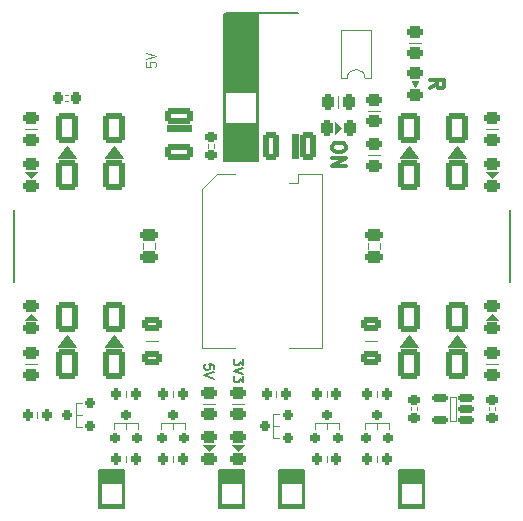
<source format=gbr>
%TF.GenerationSoftware,KiCad,Pcbnew,7.0.1*%
%TF.CreationDate,2023-08-21T19:33:12-03:00*%
%TF.ProjectId,L298P_Breakout,4c323938-505f-4427-9265-616b6f75742e,rev?*%
%TF.SameCoordinates,Original*%
%TF.FileFunction,Legend,Top*%
%TF.FilePolarity,Positive*%
%FSLAX46Y46*%
G04 Gerber Fmt 4.6, Leading zero omitted, Abs format (unit mm)*
G04 Created by KiCad (PCBNEW 7.0.1) date 2023-08-21 19:33:12*
%MOMM*%
%LPD*%
G01*
G04 APERTURE LIST*
G04 Aperture macros list*
%AMRoundRect*
0 Rectangle with rounded corners*
0 $1 Rounding radius*
0 $2 $3 $4 $5 $6 $7 $8 $9 X,Y pos of 4 corners*
0 Add a 4 corners polygon primitive as box body*
4,1,4,$2,$3,$4,$5,$6,$7,$8,$9,$2,$3,0*
0 Add four circle primitives for the rounded corners*
1,1,$1+$1,$2,$3*
1,1,$1+$1,$4,$5*
1,1,$1+$1,$6,$7*
1,1,$1+$1,$8,$9*
0 Add four rect primitives between the rounded corners*
20,1,$1+$1,$2,$3,$4,$5,0*
20,1,$1+$1,$4,$5,$6,$7,0*
20,1,$1+$1,$6,$7,$8,$9,0*
20,1,$1+$1,$8,$9,$2,$3,0*%
G04 Aperture macros list end*
%ADD10C,0.150000*%
%ADD11C,0.200000*%
%ADD12C,0.300000*%
%ADD13C,0.120000*%
%ADD14C,0.100000*%
%ADD15RoundRect,0.250000X0.450000X-0.262500X0.450000X0.262500X-0.450000X0.262500X-0.450000X-0.262500X0*%
%ADD16RoundRect,0.250000X-0.650000X1.000000X-0.650000X-1.000000X0.650000X-1.000000X0.650000X1.000000X0*%
%ADD17C,2.700000*%
%ADD18RoundRect,0.200000X0.200000X-0.250000X0.200000X0.250000X-0.200000X0.250000X-0.200000X-0.250000X0*%
%ADD19RoundRect,0.250000X0.475000X-0.250000X0.475000X0.250000X-0.475000X0.250000X-0.475000X-0.250000X0*%
%ADD20RoundRect,0.200000X-0.200000X-0.275000X0.200000X-0.275000X0.200000X0.275000X-0.200000X0.275000X0*%
%ADD21C,2.500000*%
%ADD22RoundRect,0.243750X0.243750X0.456250X-0.243750X0.456250X-0.243750X-0.456250X0.243750X-0.456250X0*%
%ADD23RoundRect,0.250000X-0.625000X0.312500X-0.625000X-0.312500X0.625000X-0.312500X0.625000X0.312500X0*%
%ADD24RoundRect,0.250000X-0.450000X0.262500X-0.450000X-0.262500X0.450000X-0.262500X0.450000X0.262500X0*%
%ADD25RoundRect,0.243750X-0.456250X0.243750X-0.456250X-0.243750X0.456250X-0.243750X0.456250X0.243750X0*%
%ADD26RoundRect,0.200000X0.250000X0.200000X-0.250000X0.200000X-0.250000X-0.200000X0.250000X-0.200000X0*%
%ADD27R,1.780000X0.720000*%
%ADD28RoundRect,0.250000X-0.925000X0.412500X-0.925000X-0.412500X0.925000X-0.412500X0.925000X0.412500X0*%
%ADD29R,2.500000X2.500000*%
%ADD30RoundRect,0.200000X0.200000X0.275000X-0.200000X0.275000X-0.200000X-0.275000X0.200000X-0.275000X0*%
%ADD31RoundRect,0.150000X0.512500X0.150000X-0.512500X0.150000X-0.512500X-0.150000X0.512500X-0.150000X0*%
%ADD32RoundRect,0.225000X0.250000X-0.225000X0.250000X0.225000X-0.250000X0.225000X-0.250000X-0.225000X0*%
%ADD33RoundRect,0.243750X0.456250X-0.243750X0.456250X0.243750X-0.456250X0.243750X-0.456250X-0.243750X0*%
%ADD34RoundRect,0.225000X-0.250000X0.225000X-0.250000X-0.225000X0.250000X-0.225000X0.250000X0.225000X0*%
%ADD35R,1.700000X0.760000*%
%ADD36R,3.400000X3.050000*%
%ADD37R,6.400000X10.000000*%
%ADD38RoundRect,0.250000X-0.475000X0.250000X-0.475000X-0.250000X0.475000X-0.250000X0.475000X0.250000X0*%
%ADD39RoundRect,0.250000X0.412500X0.925000X-0.412500X0.925000X-0.412500X-0.925000X0.412500X-0.925000X0*%
%ADD40RoundRect,0.250000X0.262500X0.450000X-0.262500X0.450000X-0.262500X-0.450000X0.262500X-0.450000X0*%
%ADD41R,2.000000X1.500000*%
%ADD42R,2.000000X3.800000*%
%ADD43R,1.700000X1.700000*%
%ADD44O,1.700000X1.700000*%
%ADD45RoundRect,0.225000X0.225000X0.250000X-0.225000X0.250000X-0.225000X-0.250000X0.225000X-0.250000X0*%
G04 APERTURE END LIST*
D10*
X161650000Y-117725000D02*
X163750000Y-117725000D01*
X163750000Y-120875000D01*
X161650000Y-120875000D01*
X161650000Y-117725000D01*
G36*
X161650000Y-117725000D02*
G01*
X163750000Y-117725000D01*
X163750000Y-120875000D01*
X161650000Y-120875000D01*
X161650000Y-117725000D01*
G37*
X146425000Y-117725000D02*
X148525000Y-117725000D01*
X148525000Y-120875000D01*
X146425000Y-120875000D01*
X146425000Y-117725000D01*
G36*
X146425000Y-117725000D02*
G01*
X148525000Y-117725000D01*
X148525000Y-120875000D01*
X146425000Y-120875000D01*
X146425000Y-117725000D01*
G37*
X146800000Y-79099600D02*
X149700000Y-79099600D01*
X149700000Y-91550000D01*
X146800000Y-91550000D01*
X146800000Y-79099600D01*
G36*
X146800000Y-79099600D02*
G01*
X149700000Y-79099600D01*
X149700000Y-91550000D01*
X146800000Y-91550000D01*
X146800000Y-79099600D01*
G37*
X151500000Y-117725000D02*
X153600000Y-117725000D01*
X153600000Y-120875000D01*
X151500000Y-120875000D01*
X151500000Y-117725000D01*
G36*
X151500000Y-117725000D02*
G01*
X153600000Y-117725000D01*
X153600000Y-120875000D01*
X151500000Y-120875000D01*
X151500000Y-117725000D01*
G37*
X136225000Y-117725000D02*
X138325000Y-117725000D01*
X138325000Y-120875000D01*
X136225000Y-120875000D01*
X136225000Y-117725000D01*
G36*
X136225000Y-117725000D02*
G01*
X138325000Y-117725000D01*
X138325000Y-120875000D01*
X136225000Y-120875000D01*
X136225000Y-117725000D01*
G37*
D11*
X145929904Y-109147619D02*
X145929904Y-108766667D01*
X145929904Y-108766667D02*
X145548952Y-108728571D01*
X145548952Y-108728571D02*
X145587047Y-108766667D01*
X145587047Y-108766667D02*
X145625142Y-108842857D01*
X145625142Y-108842857D02*
X145625142Y-109033333D01*
X145625142Y-109033333D02*
X145587047Y-109109524D01*
X145587047Y-109109524D02*
X145548952Y-109147619D01*
X145548952Y-109147619D02*
X145472761Y-109185714D01*
X145472761Y-109185714D02*
X145282285Y-109185714D01*
X145282285Y-109185714D02*
X145206095Y-109147619D01*
X145206095Y-109147619D02*
X145168000Y-109109524D01*
X145168000Y-109109524D02*
X145129904Y-109033333D01*
X145129904Y-109033333D02*
X145129904Y-108842857D01*
X145129904Y-108842857D02*
X145168000Y-108766667D01*
X145168000Y-108766667D02*
X145206095Y-108728571D01*
X145929904Y-109414286D02*
X145129904Y-109680953D01*
X145129904Y-109680953D02*
X145929904Y-109947619D01*
D12*
X164269857Y-85371428D02*
X164841285Y-84971428D01*
X164269857Y-84685714D02*
X165469857Y-84685714D01*
X165469857Y-84685714D02*
X165469857Y-85142857D01*
X165469857Y-85142857D02*
X165412714Y-85257142D01*
X165412714Y-85257142D02*
X165355571Y-85314285D01*
X165355571Y-85314285D02*
X165241285Y-85371428D01*
X165241285Y-85371428D02*
X165069857Y-85371428D01*
X165069857Y-85371428D02*
X164955571Y-85314285D01*
X164955571Y-85314285D02*
X164898428Y-85257142D01*
X164898428Y-85257142D02*
X164841285Y-85142857D01*
X164841285Y-85142857D02*
X164841285Y-84685714D01*
D11*
X148429904Y-108309523D02*
X148429904Y-108804761D01*
X148429904Y-108804761D02*
X148125142Y-108538095D01*
X148125142Y-108538095D02*
X148125142Y-108652380D01*
X148125142Y-108652380D02*
X148087047Y-108728571D01*
X148087047Y-108728571D02*
X148048952Y-108766666D01*
X148048952Y-108766666D02*
X147972761Y-108804761D01*
X147972761Y-108804761D02*
X147782285Y-108804761D01*
X147782285Y-108804761D02*
X147706095Y-108766666D01*
X147706095Y-108766666D02*
X147668000Y-108728571D01*
X147668000Y-108728571D02*
X147629904Y-108652380D01*
X147629904Y-108652380D02*
X147629904Y-108423809D01*
X147629904Y-108423809D02*
X147668000Y-108347618D01*
X147668000Y-108347618D02*
X147706095Y-108309523D01*
X148429904Y-109033333D02*
X147629904Y-109300000D01*
X147629904Y-109300000D02*
X148429904Y-109566666D01*
X148429904Y-109757142D02*
X148429904Y-110252380D01*
X148429904Y-110252380D02*
X148125142Y-109985714D01*
X148125142Y-109985714D02*
X148125142Y-110099999D01*
X148125142Y-110099999D02*
X148087047Y-110176190D01*
X148087047Y-110176190D02*
X148048952Y-110214285D01*
X148048952Y-110214285D02*
X147972761Y-110252380D01*
X147972761Y-110252380D02*
X147782285Y-110252380D01*
X147782285Y-110252380D02*
X147706095Y-110214285D01*
X147706095Y-110214285D02*
X147668000Y-110176190D01*
X147668000Y-110176190D02*
X147629904Y-110099999D01*
X147629904Y-110099999D02*
X147629904Y-109871428D01*
X147629904Y-109871428D02*
X147668000Y-109795237D01*
X147668000Y-109795237D02*
X147706095Y-109757142D01*
D12*
X157144857Y-90257142D02*
X157144857Y-90485714D01*
X157144857Y-90485714D02*
X157087714Y-90599999D01*
X157087714Y-90599999D02*
X156973428Y-90714285D01*
X156973428Y-90714285D02*
X156744857Y-90771428D01*
X156744857Y-90771428D02*
X156344857Y-90771428D01*
X156344857Y-90771428D02*
X156116285Y-90714285D01*
X156116285Y-90714285D02*
X156002000Y-90599999D01*
X156002000Y-90599999D02*
X155944857Y-90485714D01*
X155944857Y-90485714D02*
X155944857Y-90257142D01*
X155944857Y-90257142D02*
X156002000Y-90142857D01*
X156002000Y-90142857D02*
X156116285Y-90028571D01*
X156116285Y-90028571D02*
X156344857Y-89971428D01*
X156344857Y-89971428D02*
X156744857Y-89971428D01*
X156744857Y-89971428D02*
X156973428Y-90028571D01*
X156973428Y-90028571D02*
X157087714Y-90142857D01*
X157087714Y-90142857D02*
X157144857Y-90257142D01*
X155944857Y-91285714D02*
X157144857Y-91285714D01*
X157144857Y-91285714D02*
X155944857Y-91971428D01*
X155944857Y-91971428D02*
X157144857Y-91971428D01*
D13*
%TO.C,U2*%
X140220095Y-83142380D02*
X140220095Y-83523332D01*
X140220095Y-83523332D02*
X140601047Y-83561428D01*
X140601047Y-83561428D02*
X140562952Y-83523332D01*
X140562952Y-83523332D02*
X140524857Y-83447142D01*
X140524857Y-83447142D02*
X140524857Y-83256666D01*
X140524857Y-83256666D02*
X140562952Y-83180475D01*
X140562952Y-83180475D02*
X140601047Y-83142380D01*
X140601047Y-83142380D02*
X140677238Y-83104285D01*
X140677238Y-83104285D02*
X140867714Y-83104285D01*
X140867714Y-83104285D02*
X140943904Y-83142380D01*
X140943904Y-83142380D02*
X140982000Y-83180475D01*
X140982000Y-83180475D02*
X141020095Y-83256666D01*
X141020095Y-83256666D02*
X141020095Y-83447142D01*
X141020095Y-83447142D02*
X140982000Y-83523332D01*
X140982000Y-83523332D02*
X140943904Y-83561428D01*
X140220095Y-82875713D02*
X141020095Y-82609046D01*
X141020095Y-82609046D02*
X140220095Y-82342380D01*
D14*
%TO.C,R10*%
X129992000Y-108730000D02*
X131008000Y-108730000D01*
%TO.C,D8*%
X167262000Y-91238000D02*
X165738000Y-91238000D01*
X166500000Y-90222000D01*
X167262000Y-91238000D01*
G36*
X167262000Y-91238000D02*
G01*
X165738000Y-91238000D01*
X166500000Y-90222000D01*
X167262000Y-91238000D01*
G37*
%TO.C,Q6*%
X154484000Y-114254000D02*
X154484000Y-113746000D01*
X154484000Y-113746000D02*
X156516000Y-113746000D01*
X155500000Y-113746000D02*
X155500000Y-114254000D01*
X156516000Y-113746000D02*
X156516000Y-114254000D01*
%TO.C,D9*%
X167262000Y-107238000D02*
X165738000Y-107238000D01*
X166500000Y-106222000D01*
X167262000Y-107238000D01*
G36*
X167262000Y-107238000D02*
G01*
X165738000Y-107238000D01*
X166500000Y-106222000D01*
X167262000Y-107238000D01*
G37*
D13*
%TO.C,C6*%
X158992000Y-98991252D02*
X158992000Y-98468748D01*
X160008000Y-98991252D02*
X160008000Y-98468748D01*
%TO.C,D3*%
D14*
X138262000Y-91238000D02*
X136738000Y-91238000D01*
X137500000Y-90222000D01*
X138262000Y-91238000D01*
G36*
X138262000Y-91238000D02*
G01*
X136738000Y-91238000D01*
X137500000Y-90222000D01*
X138262000Y-91238000D01*
G37*
%TO.C,R19*%
X155500000Y-116496000D02*
X155500000Y-117004000D01*
D11*
%TO.C,J2*%
X171000000Y-95682000D02*
X171000000Y-101778000D01*
%TO.C,D2*%
D14*
X156754000Y-88750000D02*
X156246000Y-89258000D01*
X156246000Y-88242000D01*
X156754000Y-88750000D01*
G36*
X156754000Y-88750000D02*
G01*
X156246000Y-89258000D01*
X156246000Y-88242000D01*
X156754000Y-88750000D01*
G37*
%TO.C,R2*%
X141208000Y-106750000D02*
X140192000Y-106750000D01*
D11*
%TO.C,J1*%
X129000000Y-101778000D02*
X129000000Y-95682000D01*
D14*
%TO.C,R6*%
X160008000Y-91000000D02*
X158992000Y-91000000D01*
%TO.C,D15*%
X170008000Y-104984000D02*
X168992000Y-104984000D01*
X169500000Y-104476000D01*
X170008000Y-104984000D01*
G36*
X170008000Y-104984000D02*
G01*
X168992000Y-104984000D01*
X169500000Y-104476000D01*
X170008000Y-104984000D01*
G37*
%TO.C,Q7*%
X151504000Y-115016000D02*
X150996000Y-115016000D01*
X150996000Y-115016000D02*
X150996000Y-112984000D01*
X150996000Y-114000000D02*
X151504000Y-114000000D01*
X150996000Y-112984000D02*
X151504000Y-112984000D01*
%TO.C,Q1*%
X159270000Y-84532000D02*
X158762000Y-84532000D01*
X159270000Y-80468000D02*
X159270000Y-84532000D01*
X157238000Y-84532000D02*
X156730000Y-84532000D01*
X156730000Y-84532000D02*
X156730000Y-80468000D01*
X156730000Y-80468000D02*
X159270000Y-80468000D01*
X158762000Y-84532000D02*
G75*
G03*
X157238000Y-84532000I-762000J0D01*
G01*
%TO.C,R13*%
X138500000Y-116496000D02*
X138500000Y-117004000D01*
%TO.C,C1*%
X144016000Y-88488000D02*
X141984000Y-88488000D01*
X141984000Y-88488000D02*
X141984000Y-88996000D01*
X141984000Y-88996000D02*
X144016000Y-88996000D01*
X144016000Y-88996000D02*
X144016000Y-88488000D01*
G36*
X144016000Y-88488000D02*
G01*
X141984000Y-88488000D01*
X141984000Y-88996000D01*
X144016000Y-88996000D01*
X144016000Y-88488000D01*
G37*
D11*
%TO.C,J3*%
X146952000Y-79000000D02*
X153048000Y-79000000D01*
D14*
%TO.C,R22*%
X151250000Y-111504000D02*
X151250000Y-110996000D01*
%TO.C,U3*%
X166454000Y-113516000D02*
X165946000Y-113516000D01*
X165946000Y-113516000D02*
X165946000Y-111484000D01*
X165946000Y-111484000D02*
X166454000Y-111484000D01*
X166454000Y-111484000D02*
X166454000Y-113516000D01*
D13*
%TO.C,C8*%
X162646000Y-112640580D02*
X162646000Y-112359420D01*
X163154000Y-112640580D02*
X163154000Y-112359420D01*
D14*
%TO.C,R12*%
X148508000Y-112062500D02*
X147492000Y-112062500D01*
%TO.C,D12*%
X130500000Y-92984000D02*
X129992000Y-92476000D01*
X131008000Y-92476000D01*
X130500000Y-92984000D01*
G36*
X130500000Y-92984000D02*
G01*
X129992000Y-92476000D01*
X131008000Y-92476000D01*
X130500000Y-92984000D01*
G37*
D13*
%TO.C,C4*%
X146004000Y-90109420D02*
X146004000Y-90390580D01*
X145496000Y-90109420D02*
X145496000Y-90390580D01*
D14*
%TO.C,R1*%
X162492000Y-81500000D02*
X163508000Y-81500000D01*
%TO.C,R9*%
X168992000Y-88817500D02*
X170008000Y-88817500D01*
%TO.C,R15*%
X138500000Y-110996000D02*
X138500000Y-111504000D01*
%TO.C,D14*%
X131008000Y-104984000D02*
X129992000Y-104984000D01*
X130500000Y-104476000D01*
X131008000Y-104984000D01*
G36*
X131008000Y-104984000D02*
G01*
X129992000Y-104984000D01*
X130500000Y-104476000D01*
X131008000Y-104984000D01*
G37*
D13*
%TO.C,C7*%
X169754000Y-112359420D02*
X169754000Y-112640580D01*
X169246000Y-112359420D02*
X169246000Y-112640580D01*
%TO.C,D6*%
D14*
X134262000Y-107238000D02*
X132738000Y-107238000D01*
X133500000Y-106222000D01*
X134262000Y-107238000D01*
G36*
X134262000Y-107238000D02*
G01*
X132738000Y-107238000D01*
X133500000Y-106222000D01*
X134262000Y-107238000D01*
G37*
%TO.C,R20*%
X142500000Y-111504000D02*
X142500000Y-110996000D01*
%TO.C,Q4*%
X134754000Y-114016000D02*
X134246000Y-114016000D01*
X134246000Y-114016000D02*
X134246000Y-111984000D01*
X134246000Y-113000000D02*
X134754000Y-113000000D01*
X134246000Y-111984000D02*
X134754000Y-111984000D01*
%TO.C,R17*%
X131000000Y-112746000D02*
X131000000Y-113254000D01*
%TO.C,Q5*%
X141484000Y-114254000D02*
X141484000Y-113746000D01*
X141484000Y-113746000D02*
X143516000Y-113746000D01*
X142500000Y-113746000D02*
X142500000Y-114254000D01*
X143516000Y-113746000D02*
X143516000Y-114254000D01*
%TO.C,D7*%
X145500000Y-116066500D02*
X144992000Y-115558500D01*
X146008000Y-115558500D01*
X145500000Y-116066500D01*
G36*
X145500000Y-116066500D02*
G01*
X144992000Y-115558500D01*
X146008000Y-115558500D01*
X145500000Y-116066500D01*
G37*
%TO.C,D5*%
X134262000Y-91238000D02*
X132738000Y-91238000D01*
X133500000Y-90222000D01*
X134262000Y-91238000D01*
G36*
X134262000Y-91238000D02*
G01*
X132738000Y-91238000D01*
X133500000Y-90222000D01*
X134262000Y-91238000D01*
G37*
%TO.C,R16*%
X159750000Y-111504000D02*
X159750000Y-110996000D01*
%TO.C,U1*%
X155080000Y-92634000D02*
X153048000Y-92634000D01*
X155080000Y-92634000D02*
X155080000Y-107366000D01*
X153048000Y-92634000D02*
X153048000Y-93396000D01*
X146190000Y-92634000D02*
X147714000Y-92634000D01*
X153048000Y-93396000D02*
X152286000Y-93396000D01*
X144920000Y-93904000D02*
X146190000Y-92634000D01*
X155080000Y-107366000D02*
X152286000Y-107366000D01*
X144920000Y-107366000D02*
X144920000Y-93904000D01*
X144920000Y-107366000D02*
X147714000Y-107366000D01*
%TO.C,D4*%
X138262000Y-107238000D02*
X136738000Y-107238000D01*
X137500000Y-106222000D01*
X138262000Y-107238000D01*
G36*
X138262000Y-107238000D02*
G01*
X136738000Y-107238000D01*
X137500000Y-106222000D01*
X138262000Y-107238000D01*
G37*
%TO.C,R7*%
X146008000Y-112062500D02*
X144992000Y-112062500D01*
%TO.C,R4*%
X159758000Y-106750000D02*
X158742000Y-106750000D01*
%TO.C,R8*%
X129992000Y-88817500D02*
X131008000Y-88817500D01*
%TO.C,D16*%
X148000000Y-116066500D02*
X147492000Y-115558500D01*
X148508000Y-115558500D01*
X148000000Y-116066500D01*
G36*
X148000000Y-116066500D02*
G01*
X147492000Y-115558500D01*
X148508000Y-115558500D01*
X148000000Y-116066500D01*
G37*
%TO.C,R3*%
X160008000Y-87250000D02*
X158992000Y-87250000D01*
D13*
%TO.C,C3*%
X141008000Y-98468748D02*
X141008000Y-98991252D01*
X139992000Y-98468748D02*
X139992000Y-98991252D01*
D14*
%TO.C,Q3*%
X158734000Y-114254000D02*
X158734000Y-113746000D01*
X158734000Y-113746000D02*
X160766000Y-113746000D01*
X159750000Y-113746000D02*
X159750000Y-114254000D01*
X160766000Y-113746000D02*
X160766000Y-114254000D01*
%TO.C,D10*%
X163262000Y-91238000D02*
X161738000Y-91238000D01*
X162500000Y-90222000D01*
X163262000Y-91238000D01*
G36*
X163262000Y-91238000D02*
G01*
X161738000Y-91238000D01*
X162500000Y-90222000D01*
X163262000Y-91238000D01*
G37*
%TO.C,Q2*%
X137484000Y-114254000D02*
X137484000Y-113746000D01*
X137484000Y-113746000D02*
X139516000Y-113746000D01*
X138500000Y-113746000D02*
X138500000Y-114254000D01*
X139516000Y-113746000D02*
X139516000Y-114254000D01*
%TO.C,R18*%
X142500000Y-116496000D02*
X142500000Y-117004000D01*
%TO.C,C5*%
X153112000Y-91266000D02*
X152604000Y-91266000D01*
X152604000Y-91266000D02*
X152604000Y-89234000D01*
X152604000Y-89234000D02*
X153112000Y-89234000D01*
X153112000Y-89234000D02*
X153112000Y-91266000D01*
G36*
X153112000Y-91266000D02*
G01*
X152604000Y-91266000D01*
X152604000Y-89234000D01*
X153112000Y-89234000D01*
X153112000Y-91266000D01*
G37*
%TO.C,R5*%
X156500000Y-87008000D02*
X156500000Y-85992000D01*
%TO.C,D13*%
X169500000Y-92984000D02*
X168992000Y-92476000D01*
X170008000Y-92476000D01*
X169500000Y-92984000D01*
G36*
X169500000Y-92984000D02*
G01*
X168992000Y-92476000D01*
X170008000Y-92476000D01*
X169500000Y-92984000D01*
G37*
%TO.C,D11*%
X163262000Y-107238000D02*
X161738000Y-107238000D01*
X162500000Y-106222000D01*
X163262000Y-107238000D01*
G36*
X163262000Y-107238000D02*
G01*
X161738000Y-107238000D01*
X162500000Y-106222000D01*
X163262000Y-107238000D01*
G37*
%TO.C,R14*%
X159750000Y-116496000D02*
X159750000Y-117004000D01*
%TO.C,R11*%
X168992000Y-108730000D02*
X170008000Y-108730000D01*
D13*
%TO.C,C2*%
X133640580Y-86454000D02*
X133359420Y-86454000D01*
X133640580Y-85946000D02*
X133359420Y-85946000D01*
D14*
%TO.C,R21*%
X155500000Y-110996000D02*
X155500000Y-111504000D01*
%TO.C,D1*%
X163000000Y-85254000D02*
X162746000Y-84746000D01*
X163254000Y-84746000D01*
X163000000Y-85254000D01*
G36*
X163000000Y-85254000D02*
G01*
X162746000Y-84746000D01*
X163254000Y-84746000D01*
X163000000Y-85254000D01*
G37*
%TD*%
%LPC*%
D15*
%TO.C,R10*%
X130500000Y-109642500D03*
X130500000Y-107817500D03*
%TD*%
D16*
%TO.C,D8*%
X166500000Y-88730000D03*
X166500000Y-92730000D03*
%TD*%
D17*
%TO.C,REF\u002A\u002A*%
X168000000Y-82000000D03*
%TD*%
D18*
%TO.C,Q6*%
X154550000Y-115000000D03*
X156450000Y-115000000D03*
X155500000Y-113000000D03*
%TD*%
D16*
%TO.C,D9*%
X166500000Y-104730000D03*
X166500000Y-108730000D03*
%TD*%
D19*
%TO.C,C6*%
X159500000Y-99680000D03*
X159500000Y-97780000D03*
%TD*%
D16*
%TO.C,D3*%
X137500000Y-88730000D03*
X137500000Y-92730000D03*
%TD*%
D20*
%TO.C,R19*%
X154675000Y-116750000D03*
X156325000Y-116750000D03*
%TD*%
D21*
%TO.C,J2*%
X163000000Y-100480000D03*
X163000000Y-96980000D03*
%TD*%
D22*
%TO.C,D2*%
X157437500Y-88750000D03*
X155562500Y-88750000D03*
%TD*%
D23*
%TO.C,R2*%
X140700000Y-105287500D03*
X140700000Y-108212500D03*
%TD*%
D21*
%TO.C,J1*%
X137000000Y-96980000D03*
X137000000Y-100480000D03*
%TD*%
D17*
%TO.C,REF\u002A\u002A*%
X132000000Y-82000000D03*
%TD*%
%TO.C,REF\u002A\u002A*%
X132000000Y-118000000D03*
%TD*%
D24*
%TO.C,R6*%
X159500000Y-90087500D03*
X159500000Y-91912500D03*
%TD*%
D25*
%TO.C,D15*%
X169500000Y-103792500D03*
X169500000Y-105667500D03*
%TD*%
D26*
%TO.C,Q7*%
X152250000Y-114950000D03*
X152250000Y-113050000D03*
X150250000Y-114000000D03*
%TD*%
D27*
%TO.C,Q1*%
X160340000Y-84405000D03*
X160340000Y-83135000D03*
X160340000Y-81865000D03*
X160340000Y-80595000D03*
X155660000Y-80595000D03*
X155660000Y-81865000D03*
X155660000Y-83135000D03*
X155660000Y-84405000D03*
%TD*%
D20*
%TO.C,R13*%
X137675000Y-116750000D03*
X139325000Y-116750000D03*
%TD*%
D28*
%TO.C,C1*%
X143000000Y-87712500D03*
X143000000Y-90787500D03*
%TD*%
D21*
%TO.C,J3*%
X151750000Y-87000000D03*
D29*
X148250000Y-87000000D03*
%TD*%
D30*
%TO.C,R22*%
X152075000Y-111250000D03*
X150425000Y-111250000D03*
%TD*%
D31*
%TO.C,U3*%
X167337500Y-113450000D03*
X167337500Y-112500000D03*
X167337500Y-111550000D03*
X165062500Y-111550000D03*
X165062500Y-113450000D03*
%TD*%
D32*
%TO.C,C8*%
X162900000Y-113275000D03*
X162900000Y-111725000D03*
%TD*%
D24*
%TO.C,R12*%
X148000000Y-111150000D03*
X148000000Y-112975000D03*
%TD*%
D33*
%TO.C,D12*%
X130500000Y-93667500D03*
X130500000Y-91792500D03*
%TD*%
D34*
%TO.C,C4*%
X145750000Y-89475000D03*
X145750000Y-91025000D03*
%TD*%
D15*
%TO.C,R1*%
X163000000Y-82412500D03*
X163000000Y-80587500D03*
%TD*%
%TO.C,R9*%
X169500000Y-89730000D03*
X169500000Y-87905000D03*
%TD*%
D20*
%TO.C,R15*%
X137675000Y-111250000D03*
X139325000Y-111250000D03*
%TD*%
D25*
%TO.C,D14*%
X130500000Y-103792500D03*
X130500000Y-105667500D03*
%TD*%
D34*
%TO.C,C7*%
X169500000Y-111725000D03*
X169500000Y-113275000D03*
%TD*%
D16*
%TO.C,D6*%
X133500000Y-104730000D03*
X133500000Y-108730000D03*
%TD*%
D30*
%TO.C,R20*%
X143325000Y-111250000D03*
X141675000Y-111250000D03*
%TD*%
D26*
%TO.C,Q4*%
X135500000Y-113950000D03*
X135500000Y-112050000D03*
X133500000Y-113000000D03*
%TD*%
D20*
%TO.C,R17*%
X130175000Y-113000000D03*
X131825000Y-113000000D03*
%TD*%
D18*
%TO.C,Q5*%
X141550000Y-115000000D03*
X143450000Y-115000000D03*
X142500000Y-113000000D03*
%TD*%
D17*
%TO.C,REF\u002A\u002A*%
X168000000Y-118000000D03*
%TD*%
D33*
%TO.C,D7*%
X145500000Y-116750000D03*
X145500000Y-114875000D03*
%TD*%
D16*
%TO.C,D5*%
X133500000Y-88730000D03*
X133500000Y-92730000D03*
%TD*%
D30*
%TO.C,R16*%
X160575000Y-111250000D03*
X158925000Y-111250000D03*
%TD*%
D35*
%TO.C,U1*%
X143117500Y-94285000D03*
X143117500Y-95555000D03*
X143117500Y-96825000D03*
X143117500Y-98095000D03*
X143117500Y-99365000D03*
X143117500Y-100635000D03*
X143117500Y-101905000D03*
X143117500Y-103175000D03*
X143117500Y-104445000D03*
X143117500Y-105715000D03*
X156882500Y-105715000D03*
X156882500Y-104445000D03*
X156882500Y-103175000D03*
X156882500Y-101905000D03*
X156882500Y-100635000D03*
X156882500Y-99365000D03*
X156882500Y-98095000D03*
X156882500Y-96825000D03*
X156882500Y-95555000D03*
X156882500Y-94285000D03*
D36*
X150000000Y-93475000D03*
D37*
X150000000Y-100000000D03*
D36*
X150000000Y-106525000D03*
%TD*%
D16*
%TO.C,D4*%
X137500000Y-104730000D03*
X137500000Y-108730000D03*
%TD*%
D24*
%TO.C,R7*%
X145500000Y-111150000D03*
X145500000Y-112975000D03*
%TD*%
D23*
%TO.C,R4*%
X159250000Y-105287500D03*
X159250000Y-108212500D03*
%TD*%
D15*
%TO.C,R8*%
X130500000Y-89730000D03*
X130500000Y-87905000D03*
%TD*%
D33*
%TO.C,D16*%
X148000000Y-116750000D03*
X148000000Y-114875000D03*
%TD*%
D24*
%TO.C,R3*%
X159500000Y-86337500D03*
X159500000Y-88162500D03*
%TD*%
D38*
%TO.C,C3*%
X140500000Y-97780000D03*
X140500000Y-99680000D03*
%TD*%
D18*
%TO.C,Q3*%
X158800000Y-115000000D03*
X160700000Y-115000000D03*
X159750000Y-113000000D03*
%TD*%
D16*
%TO.C,D10*%
X162500000Y-88730000D03*
X162500000Y-92730000D03*
%TD*%
D18*
%TO.C,Q2*%
X137550000Y-115000000D03*
X139450000Y-115000000D03*
X138500000Y-113000000D03*
%TD*%
D20*
%TO.C,R18*%
X141675000Y-116750000D03*
X143325000Y-116750000D03*
%TD*%
D39*
%TO.C,C5*%
X153887500Y-90250000D03*
X150812500Y-90250000D03*
%TD*%
D40*
%TO.C,R5*%
X157412500Y-86500000D03*
X155587500Y-86500000D03*
%TD*%
D33*
%TO.C,D13*%
X169500000Y-93667500D03*
X169500000Y-91792500D03*
%TD*%
D41*
%TO.C,U2*%
X137500000Y-80690000D03*
X137500000Y-82990000D03*
D42*
X143800000Y-82990000D03*
D41*
X137500000Y-85290000D03*
%TD*%
D16*
%TO.C,D11*%
X162500000Y-104730000D03*
X162500000Y-108730000D03*
%TD*%
D20*
%TO.C,R14*%
X158925000Y-116750000D03*
X160575000Y-116750000D03*
%TD*%
D15*
%TO.C,R11*%
X169500000Y-109642500D03*
X169500000Y-107817500D03*
%TD*%
D43*
%TO.C,J4*%
X137300000Y-119725000D03*
D44*
X139840000Y-119725000D03*
X142380000Y-119725000D03*
X144920000Y-119725000D03*
D43*
X147460000Y-119725000D03*
D44*
X150000000Y-119725000D03*
D43*
X152540000Y-119725000D03*
D44*
X155080000Y-119725000D03*
X157620000Y-119725000D03*
X160160000Y-119725000D03*
D43*
X162700000Y-119725000D03*
%TD*%
D45*
%TO.C,C2*%
X134275000Y-86200000D03*
X132725000Y-86200000D03*
%TD*%
D20*
%TO.C,R21*%
X154675000Y-111250000D03*
X156325000Y-111250000D03*
%TD*%
D33*
%TO.C,D1*%
X163000000Y-85937500D03*
X163000000Y-84062500D03*
%TD*%
M02*

</source>
